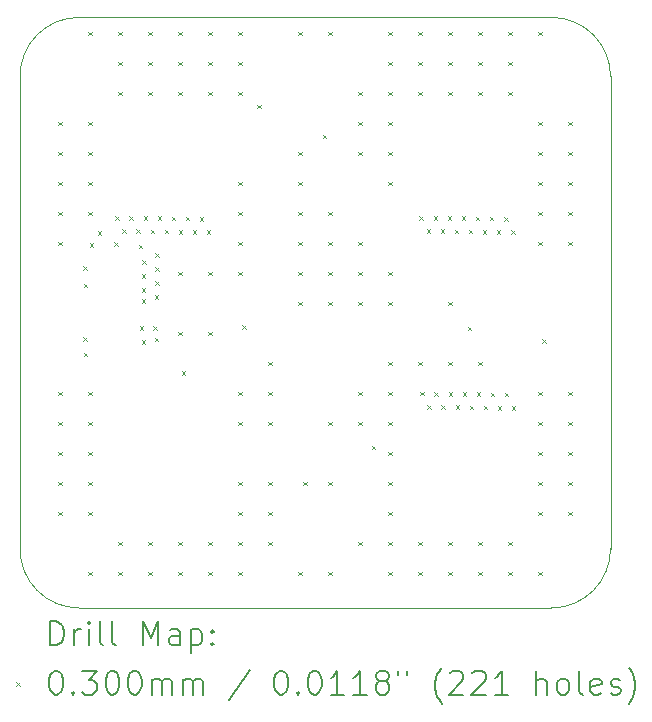
<source format=gbr>
%TF.GenerationSoftware,KiCad,Pcbnew,8.0.1*%
%TF.CreationDate,2025-02-17T13:43:29+05:00*%
%TF.ProjectId,pwm_servo,70776d5f-7365-4727-966f-2e6b69636164,rev?*%
%TF.SameCoordinates,Original*%
%TF.FileFunction,Drillmap*%
%TF.FilePolarity,Positive*%
%FSLAX45Y45*%
G04 Gerber Fmt 4.5, Leading zero omitted, Abs format (unit mm)*
G04 Created by KiCad (PCBNEW 8.0.1) date 2025-02-17 13:43:29*
%MOMM*%
%LPD*%
G01*
G04 APERTURE LIST*
%ADD10C,0.050000*%
%ADD11C,0.200000*%
%ADD12C,0.100000*%
G04 APERTURE END LIST*
D10*
X13757500Y-11405000D02*
X13757500Y-7405000D01*
X18757500Y-11405000D02*
G75*
G02*
X18257500Y-11905000I-500000J0D01*
G01*
X18257500Y-11905000D02*
X14257500Y-11905000D01*
X13757500Y-7405000D02*
G75*
G02*
X14257500Y-6905000I500000J0D01*
G01*
X18757500Y-7405000D02*
X18757500Y-11405000D01*
X18257500Y-6905000D02*
G75*
G02*
X18757500Y-7405000I0J-500000D01*
G01*
X14257500Y-11905000D02*
G75*
G02*
X13757500Y-11405000I0J500000D01*
G01*
X14257500Y-6905000D02*
X18257500Y-6905000D01*
D11*
D12*
X14082500Y-7787500D02*
X14112500Y-7817500D01*
X14112500Y-7787500D02*
X14082500Y-7817500D01*
X14082500Y-8041500D02*
X14112500Y-8071500D01*
X14112500Y-8041500D02*
X14082500Y-8071500D01*
X14082500Y-8295500D02*
X14112500Y-8325500D01*
X14112500Y-8295500D02*
X14082500Y-8325500D01*
X14082500Y-8549500D02*
X14112500Y-8579500D01*
X14112500Y-8549500D02*
X14082500Y-8579500D01*
X14082500Y-8803500D02*
X14112500Y-8833500D01*
X14112500Y-8803500D02*
X14082500Y-8833500D01*
X14082500Y-10073500D02*
X14112500Y-10103500D01*
X14112500Y-10073500D02*
X14082500Y-10103500D01*
X14082500Y-10327500D02*
X14112500Y-10357500D01*
X14112500Y-10327500D02*
X14082500Y-10357500D01*
X14082500Y-10581500D02*
X14112500Y-10611500D01*
X14112500Y-10581500D02*
X14082500Y-10611500D01*
X14082500Y-10835500D02*
X14112500Y-10865500D01*
X14112500Y-10835500D02*
X14082500Y-10865500D01*
X14082500Y-11089500D02*
X14112500Y-11119500D01*
X14112500Y-11089500D02*
X14082500Y-11119500D01*
X14295000Y-9012500D02*
X14325000Y-9042500D01*
X14325000Y-9012500D02*
X14295000Y-9042500D01*
X14295000Y-9615000D02*
X14325000Y-9645000D01*
X14325000Y-9615000D02*
X14295000Y-9645000D01*
X14297500Y-9160000D02*
X14327500Y-9190000D01*
X14327500Y-9160000D02*
X14297500Y-9190000D01*
X14297500Y-9742500D02*
X14327500Y-9772500D01*
X14327500Y-9742500D02*
X14297500Y-9772500D01*
X14336500Y-7025500D02*
X14366500Y-7055500D01*
X14366500Y-7025500D02*
X14336500Y-7055500D01*
X14336500Y-7787500D02*
X14366500Y-7817500D01*
X14366500Y-7787500D02*
X14336500Y-7817500D01*
X14336500Y-8041500D02*
X14366500Y-8071500D01*
X14366500Y-8041500D02*
X14336500Y-8071500D01*
X14336500Y-8295500D02*
X14366500Y-8325500D01*
X14366500Y-8295500D02*
X14336500Y-8325500D01*
X14336500Y-8549500D02*
X14366500Y-8579500D01*
X14366500Y-8549500D02*
X14336500Y-8579500D01*
X14336500Y-10073500D02*
X14366500Y-10103500D01*
X14366500Y-10073500D02*
X14336500Y-10103500D01*
X14336500Y-10327500D02*
X14366500Y-10357500D01*
X14366500Y-10327500D02*
X14336500Y-10357500D01*
X14336500Y-10581500D02*
X14366500Y-10611500D01*
X14366500Y-10581500D02*
X14336500Y-10611500D01*
X14336500Y-10835500D02*
X14366500Y-10865500D01*
X14366500Y-10835500D02*
X14336500Y-10865500D01*
X14336500Y-11089500D02*
X14366500Y-11119500D01*
X14366500Y-11089500D02*
X14336500Y-11119500D01*
X14336500Y-11597500D02*
X14366500Y-11627500D01*
X14366500Y-11597500D02*
X14336500Y-11627500D01*
X14350000Y-8817500D02*
X14380000Y-8847500D01*
X14380000Y-8817500D02*
X14350000Y-8847500D01*
X14417500Y-8717500D02*
X14447500Y-8747500D01*
X14447500Y-8717500D02*
X14417500Y-8747500D01*
X14555000Y-8807500D02*
X14585000Y-8837500D01*
X14585000Y-8807500D02*
X14555000Y-8837500D01*
X14565000Y-8587500D02*
X14595000Y-8617500D01*
X14595000Y-8587500D02*
X14565000Y-8617500D01*
X14590500Y-7025500D02*
X14620500Y-7055500D01*
X14620500Y-7025500D02*
X14590500Y-7055500D01*
X14590500Y-7279500D02*
X14620500Y-7309500D01*
X14620500Y-7279500D02*
X14590500Y-7309500D01*
X14590500Y-7533500D02*
X14620500Y-7563500D01*
X14620500Y-7533500D02*
X14590500Y-7563500D01*
X14590500Y-11343500D02*
X14620500Y-11373500D01*
X14620500Y-11343500D02*
X14590500Y-11373500D01*
X14590500Y-11597500D02*
X14620500Y-11627500D01*
X14620500Y-11597500D02*
X14590500Y-11627500D01*
X14624615Y-8700000D02*
X14654615Y-8730000D01*
X14654615Y-8700000D02*
X14624615Y-8730000D01*
X14684231Y-8587500D02*
X14714231Y-8617500D01*
X14714231Y-8587500D02*
X14684231Y-8617500D01*
X14743846Y-8700000D02*
X14773846Y-8730000D01*
X14773846Y-8700000D02*
X14743846Y-8730000D01*
X14762500Y-8830000D02*
X14792500Y-8860000D01*
X14792500Y-8830000D02*
X14762500Y-8860000D01*
X14770000Y-9520000D02*
X14800000Y-9550000D01*
X14800000Y-9520000D02*
X14770000Y-9550000D01*
X14787500Y-9292500D02*
X14817500Y-9322500D01*
X14817500Y-9292500D02*
X14787500Y-9322500D01*
X14790000Y-9079231D02*
X14820000Y-9109231D01*
X14820000Y-9079231D02*
X14790000Y-9109231D01*
X14790000Y-9198461D02*
X14820000Y-9228461D01*
X14820000Y-9198461D02*
X14790000Y-9228461D01*
X14790000Y-9640000D02*
X14820000Y-9670000D01*
X14820000Y-9640000D02*
X14790000Y-9670000D01*
X14792500Y-8960000D02*
X14822500Y-8990000D01*
X14822500Y-8960000D02*
X14792500Y-8990000D01*
X14803461Y-8590000D02*
X14833461Y-8620000D01*
X14833461Y-8590000D02*
X14803461Y-8620000D01*
X14844500Y-7025500D02*
X14874500Y-7055500D01*
X14874500Y-7025500D02*
X14844500Y-7055500D01*
X14844500Y-7279500D02*
X14874500Y-7309500D01*
X14874500Y-7279500D02*
X14844500Y-7309500D01*
X14844500Y-7533500D02*
X14874500Y-7563500D01*
X14874500Y-7533500D02*
X14844500Y-7563500D01*
X14844500Y-11343500D02*
X14874500Y-11373500D01*
X14874500Y-11343500D02*
X14844500Y-11373500D01*
X14844500Y-11597500D02*
X14874500Y-11627500D01*
X14874500Y-11597500D02*
X14844500Y-11627500D01*
X14863076Y-8702500D02*
X14893076Y-8732500D01*
X14893076Y-8702500D02*
X14863076Y-8732500D01*
X14885000Y-9520000D02*
X14915000Y-9550000D01*
X14915000Y-9520000D02*
X14885000Y-9550000D01*
X14897500Y-9615768D02*
X14927500Y-9645768D01*
X14927500Y-9615768D02*
X14897500Y-9645768D01*
X14900000Y-9258077D02*
X14930000Y-9288077D01*
X14930000Y-9258077D02*
X14900000Y-9288077D01*
X14902500Y-9019615D02*
X14932500Y-9049615D01*
X14932500Y-9019615D02*
X14902500Y-9049615D01*
X14902500Y-9138846D02*
X14932500Y-9168846D01*
X14932500Y-9138846D02*
X14902500Y-9168846D01*
X14905000Y-8900385D02*
X14935000Y-8930385D01*
X14935000Y-8900385D02*
X14905000Y-8930385D01*
X14922692Y-8590000D02*
X14952692Y-8620000D01*
X14952692Y-8590000D02*
X14922692Y-8620000D01*
X14982307Y-8702500D02*
X15012307Y-8732500D01*
X15012307Y-8702500D02*
X14982307Y-8732500D01*
X15041922Y-8592500D02*
X15071922Y-8622500D01*
X15071922Y-8592500D02*
X15041922Y-8622500D01*
X15098500Y-7025500D02*
X15128500Y-7055500D01*
X15128500Y-7025500D02*
X15098500Y-7055500D01*
X15098500Y-7279500D02*
X15128500Y-7309500D01*
X15128500Y-7279500D02*
X15098500Y-7309500D01*
X15098500Y-7533500D02*
X15128500Y-7563500D01*
X15128500Y-7533500D02*
X15098500Y-7563500D01*
X15098500Y-9057500D02*
X15128500Y-9087500D01*
X15128500Y-9057500D02*
X15098500Y-9087500D01*
X15098500Y-9565500D02*
X15128500Y-9595500D01*
X15128500Y-9565500D02*
X15098500Y-9595500D01*
X15098500Y-11343500D02*
X15128500Y-11373500D01*
X15128500Y-11343500D02*
X15098500Y-11373500D01*
X15098500Y-11597500D02*
X15128500Y-11627500D01*
X15128500Y-11597500D02*
X15098500Y-11627500D01*
X15101538Y-8705000D02*
X15131538Y-8735000D01*
X15131538Y-8705000D02*
X15101538Y-8735000D01*
X15127500Y-9900000D02*
X15157500Y-9930000D01*
X15157500Y-9900000D02*
X15127500Y-9930000D01*
X15161153Y-8592500D02*
X15191153Y-8622500D01*
X15191153Y-8592500D02*
X15161153Y-8622500D01*
X15220768Y-8705000D02*
X15250768Y-8735000D01*
X15250768Y-8705000D02*
X15220768Y-8735000D01*
X15280384Y-8595000D02*
X15310384Y-8625000D01*
X15310384Y-8595000D02*
X15280384Y-8625000D01*
X15339999Y-8707500D02*
X15369999Y-8737500D01*
X15369999Y-8707500D02*
X15339999Y-8737500D01*
X15352500Y-7025500D02*
X15382500Y-7055500D01*
X15382500Y-7025500D02*
X15352500Y-7055500D01*
X15352500Y-7279500D02*
X15382500Y-7309500D01*
X15382500Y-7279500D02*
X15352500Y-7309500D01*
X15352500Y-7533500D02*
X15382500Y-7563500D01*
X15382500Y-7533500D02*
X15352500Y-7563500D01*
X15352500Y-9057500D02*
X15382500Y-9087500D01*
X15382500Y-9057500D02*
X15352500Y-9087500D01*
X15352500Y-9565500D02*
X15382500Y-9595500D01*
X15382500Y-9565500D02*
X15352500Y-9595500D01*
X15352500Y-11343500D02*
X15382500Y-11373500D01*
X15382500Y-11343500D02*
X15352500Y-11373500D01*
X15352500Y-11597500D02*
X15382500Y-11627500D01*
X15382500Y-11597500D02*
X15352500Y-11627500D01*
X15606500Y-7025500D02*
X15636500Y-7055500D01*
X15636500Y-7025500D02*
X15606500Y-7055500D01*
X15606500Y-7279500D02*
X15636500Y-7309500D01*
X15636500Y-7279500D02*
X15606500Y-7309500D01*
X15606500Y-7533500D02*
X15636500Y-7563500D01*
X15636500Y-7533500D02*
X15606500Y-7563500D01*
X15606500Y-8295500D02*
X15636500Y-8325500D01*
X15636500Y-8295500D02*
X15606500Y-8325500D01*
X15606500Y-8549500D02*
X15636500Y-8579500D01*
X15636500Y-8549500D02*
X15606500Y-8579500D01*
X15606500Y-8803500D02*
X15636500Y-8833500D01*
X15636500Y-8803500D02*
X15606500Y-8833500D01*
X15606500Y-9057500D02*
X15636500Y-9087500D01*
X15636500Y-9057500D02*
X15606500Y-9087500D01*
X15606500Y-10073500D02*
X15636500Y-10103500D01*
X15636500Y-10073500D02*
X15606500Y-10103500D01*
X15606500Y-10327500D02*
X15636500Y-10357500D01*
X15636500Y-10327500D02*
X15606500Y-10357500D01*
X15606500Y-10835500D02*
X15636500Y-10865500D01*
X15636500Y-10835500D02*
X15606500Y-10865500D01*
X15606500Y-11089500D02*
X15636500Y-11119500D01*
X15636500Y-11089500D02*
X15606500Y-11119500D01*
X15606500Y-11343500D02*
X15636500Y-11373500D01*
X15636500Y-11343500D02*
X15606500Y-11373500D01*
X15606500Y-11597500D02*
X15636500Y-11627500D01*
X15636500Y-11597500D02*
X15606500Y-11627500D01*
X15637500Y-9510000D02*
X15667500Y-9540000D01*
X15667500Y-9510000D02*
X15637500Y-9540000D01*
X15765000Y-7645000D02*
X15795000Y-7675000D01*
X15795000Y-7645000D02*
X15765000Y-7675000D01*
X15860500Y-9819500D02*
X15890500Y-9849500D01*
X15890500Y-9819500D02*
X15860500Y-9849500D01*
X15860500Y-10073500D02*
X15890500Y-10103500D01*
X15890500Y-10073500D02*
X15860500Y-10103500D01*
X15860500Y-10327500D02*
X15890500Y-10357500D01*
X15890500Y-10327500D02*
X15860500Y-10357500D01*
X15860500Y-10835500D02*
X15890500Y-10865500D01*
X15890500Y-10835500D02*
X15860500Y-10865500D01*
X15860500Y-11089500D02*
X15890500Y-11119500D01*
X15890500Y-11089500D02*
X15860500Y-11119500D01*
X15860500Y-11343500D02*
X15890500Y-11373500D01*
X15890500Y-11343500D02*
X15860500Y-11373500D01*
X16114500Y-7025500D02*
X16144500Y-7055500D01*
X16144500Y-7025500D02*
X16114500Y-7055500D01*
X16114500Y-8041500D02*
X16144500Y-8071500D01*
X16144500Y-8041500D02*
X16114500Y-8071500D01*
X16114500Y-8295500D02*
X16144500Y-8325500D01*
X16144500Y-8295500D02*
X16114500Y-8325500D01*
X16114500Y-8549500D02*
X16144500Y-8579500D01*
X16144500Y-8549500D02*
X16114500Y-8579500D01*
X16114500Y-8803500D02*
X16144500Y-8833500D01*
X16144500Y-8803500D02*
X16114500Y-8833500D01*
X16114500Y-9057500D02*
X16144500Y-9087500D01*
X16144500Y-9057500D02*
X16114500Y-9087500D01*
X16114500Y-9311500D02*
X16144500Y-9341500D01*
X16144500Y-9311500D02*
X16114500Y-9341500D01*
X16114500Y-11597500D02*
X16144500Y-11627500D01*
X16144500Y-11597500D02*
X16114500Y-11627500D01*
X16155000Y-10837500D02*
X16185000Y-10867500D01*
X16185000Y-10837500D02*
X16155000Y-10867500D01*
X16320000Y-7900000D02*
X16350000Y-7930000D01*
X16350000Y-7900000D02*
X16320000Y-7930000D01*
X16368500Y-7025500D02*
X16398500Y-7055500D01*
X16398500Y-7025500D02*
X16368500Y-7055500D01*
X16368500Y-8549500D02*
X16398500Y-8579500D01*
X16398500Y-8549500D02*
X16368500Y-8579500D01*
X16368500Y-8803500D02*
X16398500Y-8833500D01*
X16398500Y-8803500D02*
X16368500Y-8833500D01*
X16368500Y-9057500D02*
X16398500Y-9087500D01*
X16398500Y-9057500D02*
X16368500Y-9087500D01*
X16368500Y-9311500D02*
X16398500Y-9341500D01*
X16398500Y-9311500D02*
X16368500Y-9341500D01*
X16368500Y-10327500D02*
X16398500Y-10357500D01*
X16398500Y-10327500D02*
X16368500Y-10357500D01*
X16368500Y-10835500D02*
X16398500Y-10865500D01*
X16398500Y-10835500D02*
X16368500Y-10865500D01*
X16368500Y-11597500D02*
X16398500Y-11627500D01*
X16398500Y-11597500D02*
X16368500Y-11627500D01*
X16622500Y-7533500D02*
X16652500Y-7563500D01*
X16652500Y-7533500D02*
X16622500Y-7563500D01*
X16622500Y-7787500D02*
X16652500Y-7817500D01*
X16652500Y-7787500D02*
X16622500Y-7817500D01*
X16622500Y-8041500D02*
X16652500Y-8071500D01*
X16652500Y-8041500D02*
X16622500Y-8071500D01*
X16622500Y-8803500D02*
X16652500Y-8833500D01*
X16652500Y-8803500D02*
X16622500Y-8833500D01*
X16622500Y-9057500D02*
X16652500Y-9087500D01*
X16652500Y-9057500D02*
X16622500Y-9087500D01*
X16622500Y-9311500D02*
X16652500Y-9341500D01*
X16652500Y-9311500D02*
X16622500Y-9341500D01*
X16622500Y-10073500D02*
X16652500Y-10103500D01*
X16652500Y-10073500D02*
X16622500Y-10103500D01*
X16622500Y-10327500D02*
X16652500Y-10357500D01*
X16652500Y-10327500D02*
X16622500Y-10357500D01*
X16622500Y-11343500D02*
X16652500Y-11373500D01*
X16652500Y-11343500D02*
X16622500Y-11373500D01*
X16735000Y-10530000D02*
X16765000Y-10560000D01*
X16765000Y-10530000D02*
X16735000Y-10560000D01*
X16876500Y-7025500D02*
X16906500Y-7055500D01*
X16906500Y-7025500D02*
X16876500Y-7055500D01*
X16876500Y-7279500D02*
X16906500Y-7309500D01*
X16906500Y-7279500D02*
X16876500Y-7309500D01*
X16876500Y-7533500D02*
X16906500Y-7563500D01*
X16906500Y-7533500D02*
X16876500Y-7563500D01*
X16876500Y-7787500D02*
X16906500Y-7817500D01*
X16906500Y-7787500D02*
X16876500Y-7817500D01*
X16876500Y-8041500D02*
X16906500Y-8071500D01*
X16906500Y-8041500D02*
X16876500Y-8071500D01*
X16876500Y-8295500D02*
X16906500Y-8325500D01*
X16906500Y-8295500D02*
X16876500Y-8325500D01*
X16876500Y-9057500D02*
X16906500Y-9087500D01*
X16906500Y-9057500D02*
X16876500Y-9087500D01*
X16876500Y-9311500D02*
X16906500Y-9341500D01*
X16906500Y-9311500D02*
X16876500Y-9341500D01*
X16876500Y-9819500D02*
X16906500Y-9849500D01*
X16906500Y-9819500D02*
X16876500Y-9849500D01*
X16876500Y-10073500D02*
X16906500Y-10103500D01*
X16906500Y-10073500D02*
X16876500Y-10103500D01*
X16876500Y-10327500D02*
X16906500Y-10357500D01*
X16906500Y-10327500D02*
X16876500Y-10357500D01*
X16876500Y-10581500D02*
X16906500Y-10611500D01*
X16906500Y-10581500D02*
X16876500Y-10611500D01*
X16876500Y-10835500D02*
X16906500Y-10865500D01*
X16906500Y-10835500D02*
X16876500Y-10865500D01*
X16876500Y-11089500D02*
X16906500Y-11119500D01*
X16906500Y-11089500D02*
X16876500Y-11119500D01*
X16876500Y-11343500D02*
X16906500Y-11373500D01*
X16906500Y-11343500D02*
X16876500Y-11373500D01*
X16876500Y-11597500D02*
X16906500Y-11627500D01*
X16906500Y-11597500D02*
X16876500Y-11627500D01*
X17130500Y-7025500D02*
X17160500Y-7055500D01*
X17160500Y-7025500D02*
X17130500Y-7055500D01*
X17130500Y-7279500D02*
X17160500Y-7309500D01*
X17160500Y-7279500D02*
X17130500Y-7309500D01*
X17130500Y-7533500D02*
X17160500Y-7563500D01*
X17160500Y-7533500D02*
X17130500Y-7563500D01*
X17130500Y-9819500D02*
X17160500Y-9849500D01*
X17160500Y-9819500D02*
X17130500Y-9849500D01*
X17130500Y-11343500D02*
X17160500Y-11373500D01*
X17160500Y-11343500D02*
X17130500Y-11373500D01*
X17130500Y-11597500D02*
X17160500Y-11627500D01*
X17160500Y-11597500D02*
X17130500Y-11627500D01*
X17140000Y-8587500D02*
X17170000Y-8617500D01*
X17170000Y-8587500D02*
X17140000Y-8617500D01*
X17147501Y-10075000D02*
X17177501Y-10105000D01*
X17177501Y-10075000D02*
X17147501Y-10105000D01*
X17199615Y-8700000D02*
X17229615Y-8730000D01*
X17229615Y-8700000D02*
X17199615Y-8730000D01*
X17207116Y-10187500D02*
X17237116Y-10217500D01*
X17237116Y-10187500D02*
X17207116Y-10217500D01*
X17259231Y-8587500D02*
X17289231Y-8617500D01*
X17289231Y-8587500D02*
X17259231Y-8617500D01*
X17266732Y-10077500D02*
X17296732Y-10107500D01*
X17296732Y-10077500D02*
X17266732Y-10107500D01*
X17318846Y-8700000D02*
X17348846Y-8730000D01*
X17348846Y-8700000D02*
X17318846Y-8730000D01*
X17326347Y-10190000D02*
X17356347Y-10220000D01*
X17356347Y-10190000D02*
X17326347Y-10220000D01*
X17378461Y-8590000D02*
X17408461Y-8620000D01*
X17408461Y-8590000D02*
X17378461Y-8620000D01*
X17384500Y-7025500D02*
X17414500Y-7055500D01*
X17414500Y-7025500D02*
X17384500Y-7055500D01*
X17384500Y-7279500D02*
X17414500Y-7309500D01*
X17414500Y-7279500D02*
X17384500Y-7309500D01*
X17384500Y-7533500D02*
X17414500Y-7563500D01*
X17414500Y-7533500D02*
X17384500Y-7563500D01*
X17384500Y-9311500D02*
X17414500Y-9341500D01*
X17414500Y-9311500D02*
X17384500Y-9341500D01*
X17384500Y-9819500D02*
X17414500Y-9849500D01*
X17414500Y-9819500D02*
X17384500Y-9849500D01*
X17384500Y-11343500D02*
X17414500Y-11373500D01*
X17414500Y-11343500D02*
X17384500Y-11373500D01*
X17384500Y-11597500D02*
X17414500Y-11627500D01*
X17414500Y-11597500D02*
X17384500Y-11627500D01*
X17385962Y-10077500D02*
X17415962Y-10107500D01*
X17415962Y-10077500D02*
X17385962Y-10107500D01*
X17438077Y-8702500D02*
X17468077Y-8732500D01*
X17468077Y-8702500D02*
X17438077Y-8732500D01*
X17445578Y-10190000D02*
X17475578Y-10220000D01*
X17475578Y-10190000D02*
X17445578Y-10220000D01*
X17497692Y-8590000D02*
X17527692Y-8620000D01*
X17527692Y-8590000D02*
X17497692Y-8620000D01*
X17505193Y-10080000D02*
X17535193Y-10110000D01*
X17535193Y-10080000D02*
X17505193Y-10110000D01*
X17547500Y-9524500D02*
X17577500Y-9554500D01*
X17577500Y-9524500D02*
X17547500Y-9554500D01*
X17557307Y-8702500D02*
X17587307Y-8732500D01*
X17587307Y-8702500D02*
X17557307Y-8732500D01*
X17564808Y-10192500D02*
X17594808Y-10222500D01*
X17594808Y-10192500D02*
X17564808Y-10222500D01*
X17616922Y-8592500D02*
X17646922Y-8622500D01*
X17646922Y-8592500D02*
X17616922Y-8622500D01*
X17624424Y-10080000D02*
X17654424Y-10110000D01*
X17654424Y-10080000D02*
X17624424Y-10110000D01*
X17638500Y-7025500D02*
X17668500Y-7055500D01*
X17668500Y-7025500D02*
X17638500Y-7055500D01*
X17638500Y-7279500D02*
X17668500Y-7309500D01*
X17668500Y-7279500D02*
X17638500Y-7309500D01*
X17638500Y-7533500D02*
X17668500Y-7563500D01*
X17668500Y-7533500D02*
X17638500Y-7563500D01*
X17638500Y-9819500D02*
X17668500Y-9849500D01*
X17668500Y-9819500D02*
X17638500Y-9849500D01*
X17638500Y-11343500D02*
X17668500Y-11373500D01*
X17668500Y-11343500D02*
X17638500Y-11373500D01*
X17638500Y-11597500D02*
X17668500Y-11627500D01*
X17668500Y-11597500D02*
X17638500Y-11627500D01*
X17676538Y-8705000D02*
X17706538Y-8735000D01*
X17706538Y-8705000D02*
X17676538Y-8735000D01*
X17684039Y-10192500D02*
X17714039Y-10222500D01*
X17714039Y-10192500D02*
X17684039Y-10222500D01*
X17736153Y-8592500D02*
X17766153Y-8622500D01*
X17766153Y-8592500D02*
X17736153Y-8622500D01*
X17743654Y-10082500D02*
X17773654Y-10112500D01*
X17773654Y-10082500D02*
X17743654Y-10112500D01*
X17795768Y-8705000D02*
X17825768Y-8735000D01*
X17825768Y-8705000D02*
X17795768Y-8735000D01*
X17803269Y-10195000D02*
X17833269Y-10225000D01*
X17833269Y-10195000D02*
X17803269Y-10225000D01*
X17855384Y-8595000D02*
X17885384Y-8625000D01*
X17885384Y-8595000D02*
X17855384Y-8625000D01*
X17862885Y-10082500D02*
X17892885Y-10112500D01*
X17892885Y-10082500D02*
X17862885Y-10112500D01*
X17892500Y-7025500D02*
X17922500Y-7055500D01*
X17922500Y-7025500D02*
X17892500Y-7055500D01*
X17892500Y-7279500D02*
X17922500Y-7309500D01*
X17922500Y-7279500D02*
X17892500Y-7309500D01*
X17892500Y-7533500D02*
X17922500Y-7563500D01*
X17922500Y-7533500D02*
X17892500Y-7563500D01*
X17892500Y-11343500D02*
X17922500Y-11373500D01*
X17922500Y-11343500D02*
X17892500Y-11373500D01*
X17892500Y-11597500D02*
X17922500Y-11627500D01*
X17922500Y-11597500D02*
X17892500Y-11627500D01*
X17914999Y-8707500D02*
X17944999Y-8737500D01*
X17944999Y-8707500D02*
X17914999Y-8737500D01*
X17922500Y-10195000D02*
X17952500Y-10225000D01*
X17952500Y-10195000D02*
X17922500Y-10225000D01*
X18146500Y-7025500D02*
X18176500Y-7055500D01*
X18176500Y-7025500D02*
X18146500Y-7055500D01*
X18146500Y-7787500D02*
X18176500Y-7817500D01*
X18176500Y-7787500D02*
X18146500Y-7817500D01*
X18146500Y-8041500D02*
X18176500Y-8071500D01*
X18176500Y-8041500D02*
X18146500Y-8071500D01*
X18146500Y-8295500D02*
X18176500Y-8325500D01*
X18176500Y-8295500D02*
X18146500Y-8325500D01*
X18146500Y-8549500D02*
X18176500Y-8579500D01*
X18176500Y-8549500D02*
X18146500Y-8579500D01*
X18146500Y-8803500D02*
X18176500Y-8833500D01*
X18176500Y-8803500D02*
X18146500Y-8833500D01*
X18146500Y-10073500D02*
X18176500Y-10103500D01*
X18176500Y-10073500D02*
X18146500Y-10103500D01*
X18146500Y-10327500D02*
X18176500Y-10357500D01*
X18176500Y-10327500D02*
X18146500Y-10357500D01*
X18146500Y-10581500D02*
X18176500Y-10611500D01*
X18176500Y-10581500D02*
X18146500Y-10611500D01*
X18146500Y-10835500D02*
X18176500Y-10865500D01*
X18176500Y-10835500D02*
X18146500Y-10865500D01*
X18146500Y-11089500D02*
X18176500Y-11119500D01*
X18176500Y-11089500D02*
X18146500Y-11119500D01*
X18146500Y-11597500D02*
X18176500Y-11627500D01*
X18176500Y-11597500D02*
X18146500Y-11627500D01*
X18177500Y-9630000D02*
X18207500Y-9660000D01*
X18207500Y-9630000D02*
X18177500Y-9660000D01*
X18400500Y-7787500D02*
X18430500Y-7817500D01*
X18430500Y-7787500D02*
X18400500Y-7817500D01*
X18400500Y-8041500D02*
X18430500Y-8071500D01*
X18430500Y-8041500D02*
X18400500Y-8071500D01*
X18400500Y-8295500D02*
X18430500Y-8325500D01*
X18430500Y-8295500D02*
X18400500Y-8325500D01*
X18400500Y-8549500D02*
X18430500Y-8579500D01*
X18430500Y-8549500D02*
X18400500Y-8579500D01*
X18400500Y-8803500D02*
X18430500Y-8833500D01*
X18430500Y-8803500D02*
X18400500Y-8833500D01*
X18400500Y-10073500D02*
X18430500Y-10103500D01*
X18430500Y-10073500D02*
X18400500Y-10103500D01*
X18400500Y-10327500D02*
X18430500Y-10357500D01*
X18430500Y-10327500D02*
X18400500Y-10357500D01*
X18400500Y-10581500D02*
X18430500Y-10611500D01*
X18430500Y-10581500D02*
X18400500Y-10611500D01*
X18400500Y-10835500D02*
X18430500Y-10865500D01*
X18430500Y-10835500D02*
X18400500Y-10865500D01*
X18400500Y-11089500D02*
X18430500Y-11119500D01*
X18430500Y-11089500D02*
X18400500Y-11119500D01*
D11*
X14015777Y-12218984D02*
X14015777Y-12018984D01*
X14015777Y-12018984D02*
X14063396Y-12018984D01*
X14063396Y-12018984D02*
X14091967Y-12028508D01*
X14091967Y-12028508D02*
X14111015Y-12047555D01*
X14111015Y-12047555D02*
X14120539Y-12066603D01*
X14120539Y-12066603D02*
X14130062Y-12104698D01*
X14130062Y-12104698D02*
X14130062Y-12133269D01*
X14130062Y-12133269D02*
X14120539Y-12171365D01*
X14120539Y-12171365D02*
X14111015Y-12190412D01*
X14111015Y-12190412D02*
X14091967Y-12209460D01*
X14091967Y-12209460D02*
X14063396Y-12218984D01*
X14063396Y-12218984D02*
X14015777Y-12218984D01*
X14215777Y-12218984D02*
X14215777Y-12085650D01*
X14215777Y-12123746D02*
X14225301Y-12104698D01*
X14225301Y-12104698D02*
X14234824Y-12095174D01*
X14234824Y-12095174D02*
X14253872Y-12085650D01*
X14253872Y-12085650D02*
X14272920Y-12085650D01*
X14339586Y-12218984D02*
X14339586Y-12085650D01*
X14339586Y-12018984D02*
X14330062Y-12028508D01*
X14330062Y-12028508D02*
X14339586Y-12038031D01*
X14339586Y-12038031D02*
X14349110Y-12028508D01*
X14349110Y-12028508D02*
X14339586Y-12018984D01*
X14339586Y-12018984D02*
X14339586Y-12038031D01*
X14463396Y-12218984D02*
X14444348Y-12209460D01*
X14444348Y-12209460D02*
X14434824Y-12190412D01*
X14434824Y-12190412D02*
X14434824Y-12018984D01*
X14568158Y-12218984D02*
X14549110Y-12209460D01*
X14549110Y-12209460D02*
X14539586Y-12190412D01*
X14539586Y-12190412D02*
X14539586Y-12018984D01*
X14796729Y-12218984D02*
X14796729Y-12018984D01*
X14796729Y-12018984D02*
X14863396Y-12161841D01*
X14863396Y-12161841D02*
X14930062Y-12018984D01*
X14930062Y-12018984D02*
X14930062Y-12218984D01*
X15111015Y-12218984D02*
X15111015Y-12114222D01*
X15111015Y-12114222D02*
X15101491Y-12095174D01*
X15101491Y-12095174D02*
X15082443Y-12085650D01*
X15082443Y-12085650D02*
X15044348Y-12085650D01*
X15044348Y-12085650D02*
X15025301Y-12095174D01*
X15111015Y-12209460D02*
X15091967Y-12218984D01*
X15091967Y-12218984D02*
X15044348Y-12218984D01*
X15044348Y-12218984D02*
X15025301Y-12209460D01*
X15025301Y-12209460D02*
X15015777Y-12190412D01*
X15015777Y-12190412D02*
X15015777Y-12171365D01*
X15015777Y-12171365D02*
X15025301Y-12152317D01*
X15025301Y-12152317D02*
X15044348Y-12142793D01*
X15044348Y-12142793D02*
X15091967Y-12142793D01*
X15091967Y-12142793D02*
X15111015Y-12133269D01*
X15206253Y-12085650D02*
X15206253Y-12285650D01*
X15206253Y-12095174D02*
X15225301Y-12085650D01*
X15225301Y-12085650D02*
X15263396Y-12085650D01*
X15263396Y-12085650D02*
X15282443Y-12095174D01*
X15282443Y-12095174D02*
X15291967Y-12104698D01*
X15291967Y-12104698D02*
X15301491Y-12123746D01*
X15301491Y-12123746D02*
X15301491Y-12180888D01*
X15301491Y-12180888D02*
X15291967Y-12199936D01*
X15291967Y-12199936D02*
X15282443Y-12209460D01*
X15282443Y-12209460D02*
X15263396Y-12218984D01*
X15263396Y-12218984D02*
X15225301Y-12218984D01*
X15225301Y-12218984D02*
X15206253Y-12209460D01*
X15387205Y-12199936D02*
X15396729Y-12209460D01*
X15396729Y-12209460D02*
X15387205Y-12218984D01*
X15387205Y-12218984D02*
X15377682Y-12209460D01*
X15377682Y-12209460D02*
X15387205Y-12199936D01*
X15387205Y-12199936D02*
X15387205Y-12218984D01*
X15387205Y-12095174D02*
X15396729Y-12104698D01*
X15396729Y-12104698D02*
X15387205Y-12114222D01*
X15387205Y-12114222D02*
X15377682Y-12104698D01*
X15377682Y-12104698D02*
X15387205Y-12095174D01*
X15387205Y-12095174D02*
X15387205Y-12114222D01*
D12*
X13725000Y-12532500D02*
X13755000Y-12562500D01*
X13755000Y-12532500D02*
X13725000Y-12562500D01*
D11*
X14053872Y-12438984D02*
X14072920Y-12438984D01*
X14072920Y-12438984D02*
X14091967Y-12448508D01*
X14091967Y-12448508D02*
X14101491Y-12458031D01*
X14101491Y-12458031D02*
X14111015Y-12477079D01*
X14111015Y-12477079D02*
X14120539Y-12515174D01*
X14120539Y-12515174D02*
X14120539Y-12562793D01*
X14120539Y-12562793D02*
X14111015Y-12600888D01*
X14111015Y-12600888D02*
X14101491Y-12619936D01*
X14101491Y-12619936D02*
X14091967Y-12629460D01*
X14091967Y-12629460D02*
X14072920Y-12638984D01*
X14072920Y-12638984D02*
X14053872Y-12638984D01*
X14053872Y-12638984D02*
X14034824Y-12629460D01*
X14034824Y-12629460D02*
X14025301Y-12619936D01*
X14025301Y-12619936D02*
X14015777Y-12600888D01*
X14015777Y-12600888D02*
X14006253Y-12562793D01*
X14006253Y-12562793D02*
X14006253Y-12515174D01*
X14006253Y-12515174D02*
X14015777Y-12477079D01*
X14015777Y-12477079D02*
X14025301Y-12458031D01*
X14025301Y-12458031D02*
X14034824Y-12448508D01*
X14034824Y-12448508D02*
X14053872Y-12438984D01*
X14206253Y-12619936D02*
X14215777Y-12629460D01*
X14215777Y-12629460D02*
X14206253Y-12638984D01*
X14206253Y-12638984D02*
X14196729Y-12629460D01*
X14196729Y-12629460D02*
X14206253Y-12619936D01*
X14206253Y-12619936D02*
X14206253Y-12638984D01*
X14282443Y-12438984D02*
X14406253Y-12438984D01*
X14406253Y-12438984D02*
X14339586Y-12515174D01*
X14339586Y-12515174D02*
X14368158Y-12515174D01*
X14368158Y-12515174D02*
X14387205Y-12524698D01*
X14387205Y-12524698D02*
X14396729Y-12534222D01*
X14396729Y-12534222D02*
X14406253Y-12553269D01*
X14406253Y-12553269D02*
X14406253Y-12600888D01*
X14406253Y-12600888D02*
X14396729Y-12619936D01*
X14396729Y-12619936D02*
X14387205Y-12629460D01*
X14387205Y-12629460D02*
X14368158Y-12638984D01*
X14368158Y-12638984D02*
X14311015Y-12638984D01*
X14311015Y-12638984D02*
X14291967Y-12629460D01*
X14291967Y-12629460D02*
X14282443Y-12619936D01*
X14530062Y-12438984D02*
X14549110Y-12438984D01*
X14549110Y-12438984D02*
X14568158Y-12448508D01*
X14568158Y-12448508D02*
X14577682Y-12458031D01*
X14577682Y-12458031D02*
X14587205Y-12477079D01*
X14587205Y-12477079D02*
X14596729Y-12515174D01*
X14596729Y-12515174D02*
X14596729Y-12562793D01*
X14596729Y-12562793D02*
X14587205Y-12600888D01*
X14587205Y-12600888D02*
X14577682Y-12619936D01*
X14577682Y-12619936D02*
X14568158Y-12629460D01*
X14568158Y-12629460D02*
X14549110Y-12638984D01*
X14549110Y-12638984D02*
X14530062Y-12638984D01*
X14530062Y-12638984D02*
X14511015Y-12629460D01*
X14511015Y-12629460D02*
X14501491Y-12619936D01*
X14501491Y-12619936D02*
X14491967Y-12600888D01*
X14491967Y-12600888D02*
X14482443Y-12562793D01*
X14482443Y-12562793D02*
X14482443Y-12515174D01*
X14482443Y-12515174D02*
X14491967Y-12477079D01*
X14491967Y-12477079D02*
X14501491Y-12458031D01*
X14501491Y-12458031D02*
X14511015Y-12448508D01*
X14511015Y-12448508D02*
X14530062Y-12438984D01*
X14720539Y-12438984D02*
X14739586Y-12438984D01*
X14739586Y-12438984D02*
X14758634Y-12448508D01*
X14758634Y-12448508D02*
X14768158Y-12458031D01*
X14768158Y-12458031D02*
X14777682Y-12477079D01*
X14777682Y-12477079D02*
X14787205Y-12515174D01*
X14787205Y-12515174D02*
X14787205Y-12562793D01*
X14787205Y-12562793D02*
X14777682Y-12600888D01*
X14777682Y-12600888D02*
X14768158Y-12619936D01*
X14768158Y-12619936D02*
X14758634Y-12629460D01*
X14758634Y-12629460D02*
X14739586Y-12638984D01*
X14739586Y-12638984D02*
X14720539Y-12638984D01*
X14720539Y-12638984D02*
X14701491Y-12629460D01*
X14701491Y-12629460D02*
X14691967Y-12619936D01*
X14691967Y-12619936D02*
X14682443Y-12600888D01*
X14682443Y-12600888D02*
X14672920Y-12562793D01*
X14672920Y-12562793D02*
X14672920Y-12515174D01*
X14672920Y-12515174D02*
X14682443Y-12477079D01*
X14682443Y-12477079D02*
X14691967Y-12458031D01*
X14691967Y-12458031D02*
X14701491Y-12448508D01*
X14701491Y-12448508D02*
X14720539Y-12438984D01*
X14872920Y-12638984D02*
X14872920Y-12505650D01*
X14872920Y-12524698D02*
X14882443Y-12515174D01*
X14882443Y-12515174D02*
X14901491Y-12505650D01*
X14901491Y-12505650D02*
X14930063Y-12505650D01*
X14930063Y-12505650D02*
X14949110Y-12515174D01*
X14949110Y-12515174D02*
X14958634Y-12534222D01*
X14958634Y-12534222D02*
X14958634Y-12638984D01*
X14958634Y-12534222D02*
X14968158Y-12515174D01*
X14968158Y-12515174D02*
X14987205Y-12505650D01*
X14987205Y-12505650D02*
X15015777Y-12505650D01*
X15015777Y-12505650D02*
X15034824Y-12515174D01*
X15034824Y-12515174D02*
X15044348Y-12534222D01*
X15044348Y-12534222D02*
X15044348Y-12638984D01*
X15139586Y-12638984D02*
X15139586Y-12505650D01*
X15139586Y-12524698D02*
X15149110Y-12515174D01*
X15149110Y-12515174D02*
X15168158Y-12505650D01*
X15168158Y-12505650D02*
X15196729Y-12505650D01*
X15196729Y-12505650D02*
X15215777Y-12515174D01*
X15215777Y-12515174D02*
X15225301Y-12534222D01*
X15225301Y-12534222D02*
X15225301Y-12638984D01*
X15225301Y-12534222D02*
X15234824Y-12515174D01*
X15234824Y-12515174D02*
X15253872Y-12505650D01*
X15253872Y-12505650D02*
X15282443Y-12505650D01*
X15282443Y-12505650D02*
X15301491Y-12515174D01*
X15301491Y-12515174D02*
X15311015Y-12534222D01*
X15311015Y-12534222D02*
X15311015Y-12638984D01*
X15701491Y-12429460D02*
X15530063Y-12686603D01*
X15958634Y-12438984D02*
X15977682Y-12438984D01*
X15977682Y-12438984D02*
X15996729Y-12448508D01*
X15996729Y-12448508D02*
X16006253Y-12458031D01*
X16006253Y-12458031D02*
X16015777Y-12477079D01*
X16015777Y-12477079D02*
X16025301Y-12515174D01*
X16025301Y-12515174D02*
X16025301Y-12562793D01*
X16025301Y-12562793D02*
X16015777Y-12600888D01*
X16015777Y-12600888D02*
X16006253Y-12619936D01*
X16006253Y-12619936D02*
X15996729Y-12629460D01*
X15996729Y-12629460D02*
X15977682Y-12638984D01*
X15977682Y-12638984D02*
X15958634Y-12638984D01*
X15958634Y-12638984D02*
X15939586Y-12629460D01*
X15939586Y-12629460D02*
X15930063Y-12619936D01*
X15930063Y-12619936D02*
X15920539Y-12600888D01*
X15920539Y-12600888D02*
X15911015Y-12562793D01*
X15911015Y-12562793D02*
X15911015Y-12515174D01*
X15911015Y-12515174D02*
X15920539Y-12477079D01*
X15920539Y-12477079D02*
X15930063Y-12458031D01*
X15930063Y-12458031D02*
X15939586Y-12448508D01*
X15939586Y-12448508D02*
X15958634Y-12438984D01*
X16111015Y-12619936D02*
X16120539Y-12629460D01*
X16120539Y-12629460D02*
X16111015Y-12638984D01*
X16111015Y-12638984D02*
X16101491Y-12629460D01*
X16101491Y-12629460D02*
X16111015Y-12619936D01*
X16111015Y-12619936D02*
X16111015Y-12638984D01*
X16244348Y-12438984D02*
X16263396Y-12438984D01*
X16263396Y-12438984D02*
X16282444Y-12448508D01*
X16282444Y-12448508D02*
X16291967Y-12458031D01*
X16291967Y-12458031D02*
X16301491Y-12477079D01*
X16301491Y-12477079D02*
X16311015Y-12515174D01*
X16311015Y-12515174D02*
X16311015Y-12562793D01*
X16311015Y-12562793D02*
X16301491Y-12600888D01*
X16301491Y-12600888D02*
X16291967Y-12619936D01*
X16291967Y-12619936D02*
X16282444Y-12629460D01*
X16282444Y-12629460D02*
X16263396Y-12638984D01*
X16263396Y-12638984D02*
X16244348Y-12638984D01*
X16244348Y-12638984D02*
X16225301Y-12629460D01*
X16225301Y-12629460D02*
X16215777Y-12619936D01*
X16215777Y-12619936D02*
X16206253Y-12600888D01*
X16206253Y-12600888D02*
X16196729Y-12562793D01*
X16196729Y-12562793D02*
X16196729Y-12515174D01*
X16196729Y-12515174D02*
X16206253Y-12477079D01*
X16206253Y-12477079D02*
X16215777Y-12458031D01*
X16215777Y-12458031D02*
X16225301Y-12448508D01*
X16225301Y-12448508D02*
X16244348Y-12438984D01*
X16501491Y-12638984D02*
X16387206Y-12638984D01*
X16444348Y-12638984D02*
X16444348Y-12438984D01*
X16444348Y-12438984D02*
X16425301Y-12467555D01*
X16425301Y-12467555D02*
X16406253Y-12486603D01*
X16406253Y-12486603D02*
X16387206Y-12496127D01*
X16691967Y-12638984D02*
X16577682Y-12638984D01*
X16634825Y-12638984D02*
X16634825Y-12438984D01*
X16634825Y-12438984D02*
X16615777Y-12467555D01*
X16615777Y-12467555D02*
X16596729Y-12486603D01*
X16596729Y-12486603D02*
X16577682Y-12496127D01*
X16806253Y-12524698D02*
X16787206Y-12515174D01*
X16787206Y-12515174D02*
X16777682Y-12505650D01*
X16777682Y-12505650D02*
X16768158Y-12486603D01*
X16768158Y-12486603D02*
X16768158Y-12477079D01*
X16768158Y-12477079D02*
X16777682Y-12458031D01*
X16777682Y-12458031D02*
X16787206Y-12448508D01*
X16787206Y-12448508D02*
X16806253Y-12438984D01*
X16806253Y-12438984D02*
X16844349Y-12438984D01*
X16844349Y-12438984D02*
X16863396Y-12448508D01*
X16863396Y-12448508D02*
X16872920Y-12458031D01*
X16872920Y-12458031D02*
X16882444Y-12477079D01*
X16882444Y-12477079D02*
X16882444Y-12486603D01*
X16882444Y-12486603D02*
X16872920Y-12505650D01*
X16872920Y-12505650D02*
X16863396Y-12515174D01*
X16863396Y-12515174D02*
X16844349Y-12524698D01*
X16844349Y-12524698D02*
X16806253Y-12524698D01*
X16806253Y-12524698D02*
X16787206Y-12534222D01*
X16787206Y-12534222D02*
X16777682Y-12543746D01*
X16777682Y-12543746D02*
X16768158Y-12562793D01*
X16768158Y-12562793D02*
X16768158Y-12600888D01*
X16768158Y-12600888D02*
X16777682Y-12619936D01*
X16777682Y-12619936D02*
X16787206Y-12629460D01*
X16787206Y-12629460D02*
X16806253Y-12638984D01*
X16806253Y-12638984D02*
X16844349Y-12638984D01*
X16844349Y-12638984D02*
X16863396Y-12629460D01*
X16863396Y-12629460D02*
X16872920Y-12619936D01*
X16872920Y-12619936D02*
X16882444Y-12600888D01*
X16882444Y-12600888D02*
X16882444Y-12562793D01*
X16882444Y-12562793D02*
X16872920Y-12543746D01*
X16872920Y-12543746D02*
X16863396Y-12534222D01*
X16863396Y-12534222D02*
X16844349Y-12524698D01*
X16958634Y-12438984D02*
X16958634Y-12477079D01*
X17034825Y-12438984D02*
X17034825Y-12477079D01*
X17330063Y-12715174D02*
X17320539Y-12705650D01*
X17320539Y-12705650D02*
X17301491Y-12677079D01*
X17301491Y-12677079D02*
X17291968Y-12658031D01*
X17291968Y-12658031D02*
X17282444Y-12629460D01*
X17282444Y-12629460D02*
X17272920Y-12581841D01*
X17272920Y-12581841D02*
X17272920Y-12543746D01*
X17272920Y-12543746D02*
X17282444Y-12496127D01*
X17282444Y-12496127D02*
X17291968Y-12467555D01*
X17291968Y-12467555D02*
X17301491Y-12448508D01*
X17301491Y-12448508D02*
X17320539Y-12419936D01*
X17320539Y-12419936D02*
X17330063Y-12410412D01*
X17396730Y-12458031D02*
X17406253Y-12448508D01*
X17406253Y-12448508D02*
X17425301Y-12438984D01*
X17425301Y-12438984D02*
X17472920Y-12438984D01*
X17472920Y-12438984D02*
X17491968Y-12448508D01*
X17491968Y-12448508D02*
X17501491Y-12458031D01*
X17501491Y-12458031D02*
X17511015Y-12477079D01*
X17511015Y-12477079D02*
X17511015Y-12496127D01*
X17511015Y-12496127D02*
X17501491Y-12524698D01*
X17501491Y-12524698D02*
X17387206Y-12638984D01*
X17387206Y-12638984D02*
X17511015Y-12638984D01*
X17587206Y-12458031D02*
X17596730Y-12448508D01*
X17596730Y-12448508D02*
X17615777Y-12438984D01*
X17615777Y-12438984D02*
X17663396Y-12438984D01*
X17663396Y-12438984D02*
X17682444Y-12448508D01*
X17682444Y-12448508D02*
X17691968Y-12458031D01*
X17691968Y-12458031D02*
X17701491Y-12477079D01*
X17701491Y-12477079D02*
X17701491Y-12496127D01*
X17701491Y-12496127D02*
X17691968Y-12524698D01*
X17691968Y-12524698D02*
X17577682Y-12638984D01*
X17577682Y-12638984D02*
X17701491Y-12638984D01*
X17891968Y-12638984D02*
X17777682Y-12638984D01*
X17834825Y-12638984D02*
X17834825Y-12438984D01*
X17834825Y-12438984D02*
X17815777Y-12467555D01*
X17815777Y-12467555D02*
X17796730Y-12486603D01*
X17796730Y-12486603D02*
X17777682Y-12496127D01*
X18130063Y-12638984D02*
X18130063Y-12438984D01*
X18215777Y-12638984D02*
X18215777Y-12534222D01*
X18215777Y-12534222D02*
X18206253Y-12515174D01*
X18206253Y-12515174D02*
X18187206Y-12505650D01*
X18187206Y-12505650D02*
X18158634Y-12505650D01*
X18158634Y-12505650D02*
X18139587Y-12515174D01*
X18139587Y-12515174D02*
X18130063Y-12524698D01*
X18339587Y-12638984D02*
X18320539Y-12629460D01*
X18320539Y-12629460D02*
X18311015Y-12619936D01*
X18311015Y-12619936D02*
X18301492Y-12600888D01*
X18301492Y-12600888D02*
X18301492Y-12543746D01*
X18301492Y-12543746D02*
X18311015Y-12524698D01*
X18311015Y-12524698D02*
X18320539Y-12515174D01*
X18320539Y-12515174D02*
X18339587Y-12505650D01*
X18339587Y-12505650D02*
X18368158Y-12505650D01*
X18368158Y-12505650D02*
X18387206Y-12515174D01*
X18387206Y-12515174D02*
X18396730Y-12524698D01*
X18396730Y-12524698D02*
X18406253Y-12543746D01*
X18406253Y-12543746D02*
X18406253Y-12600888D01*
X18406253Y-12600888D02*
X18396730Y-12619936D01*
X18396730Y-12619936D02*
X18387206Y-12629460D01*
X18387206Y-12629460D02*
X18368158Y-12638984D01*
X18368158Y-12638984D02*
X18339587Y-12638984D01*
X18520539Y-12638984D02*
X18501492Y-12629460D01*
X18501492Y-12629460D02*
X18491968Y-12610412D01*
X18491968Y-12610412D02*
X18491968Y-12438984D01*
X18672920Y-12629460D02*
X18653873Y-12638984D01*
X18653873Y-12638984D02*
X18615777Y-12638984D01*
X18615777Y-12638984D02*
X18596730Y-12629460D01*
X18596730Y-12629460D02*
X18587206Y-12610412D01*
X18587206Y-12610412D02*
X18587206Y-12534222D01*
X18587206Y-12534222D02*
X18596730Y-12515174D01*
X18596730Y-12515174D02*
X18615777Y-12505650D01*
X18615777Y-12505650D02*
X18653873Y-12505650D01*
X18653873Y-12505650D02*
X18672920Y-12515174D01*
X18672920Y-12515174D02*
X18682444Y-12534222D01*
X18682444Y-12534222D02*
X18682444Y-12553269D01*
X18682444Y-12553269D02*
X18587206Y-12572317D01*
X18758634Y-12629460D02*
X18777682Y-12638984D01*
X18777682Y-12638984D02*
X18815777Y-12638984D01*
X18815777Y-12638984D02*
X18834825Y-12629460D01*
X18834825Y-12629460D02*
X18844349Y-12610412D01*
X18844349Y-12610412D02*
X18844349Y-12600888D01*
X18844349Y-12600888D02*
X18834825Y-12581841D01*
X18834825Y-12581841D02*
X18815777Y-12572317D01*
X18815777Y-12572317D02*
X18787206Y-12572317D01*
X18787206Y-12572317D02*
X18768158Y-12562793D01*
X18768158Y-12562793D02*
X18758634Y-12543746D01*
X18758634Y-12543746D02*
X18758634Y-12534222D01*
X18758634Y-12534222D02*
X18768158Y-12515174D01*
X18768158Y-12515174D02*
X18787206Y-12505650D01*
X18787206Y-12505650D02*
X18815777Y-12505650D01*
X18815777Y-12505650D02*
X18834825Y-12515174D01*
X18911015Y-12715174D02*
X18920539Y-12705650D01*
X18920539Y-12705650D02*
X18939587Y-12677079D01*
X18939587Y-12677079D02*
X18949111Y-12658031D01*
X18949111Y-12658031D02*
X18958634Y-12629460D01*
X18958634Y-12629460D02*
X18968158Y-12581841D01*
X18968158Y-12581841D02*
X18968158Y-12543746D01*
X18968158Y-12543746D02*
X18958634Y-12496127D01*
X18958634Y-12496127D02*
X18949111Y-12467555D01*
X18949111Y-12467555D02*
X18939587Y-12448508D01*
X18939587Y-12448508D02*
X18920539Y-12419936D01*
X18920539Y-12419936D02*
X18911015Y-12410412D01*
M02*

</source>
